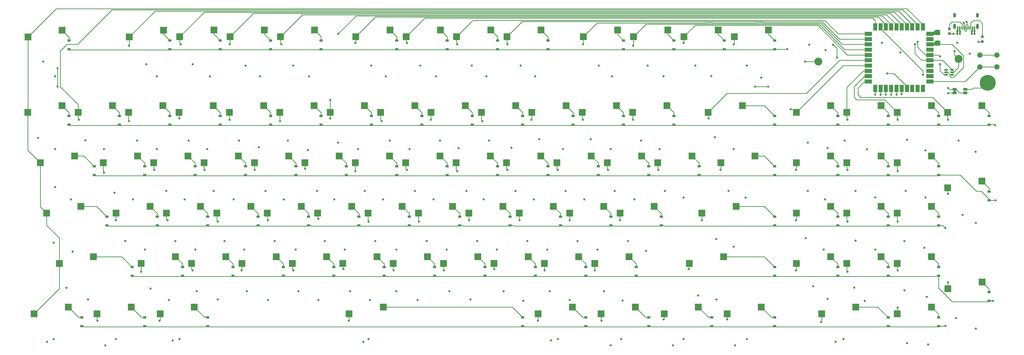
<source format=gbr>
G04 #@! TF.GenerationSoftware,KiCad,Pcbnew,8.0.6*
G04 #@! TF.CreationDate,2024-12-17T20:07:01+11:00*
G04 #@! TF.ProjectId,keyboard,6b657962-6f61-4726-942e-6b696361645f,rev?*
G04 #@! TF.SameCoordinates,Original*
G04 #@! TF.FileFunction,Copper,L4,Bot*
G04 #@! TF.FilePolarity,Positive*
%FSLAX46Y46*%
G04 Gerber Fmt 4.6, Leading zero omitted, Abs format (unit mm)*
G04 Created by KiCad (PCBNEW 8.0.6) date 2024-12-17 20:07:01*
%MOMM*%
%LPD*%
G01*
G04 APERTURE LIST*
G04 Aperture macros list*
%AMRoundRect*
0 Rectangle with rounded corners*
0 $1 Rounding radius*
0 $2 $3 $4 $5 $6 $7 $8 $9 X,Y pos of 4 corners*
0 Add a 4 corners polygon primitive as box body*
4,1,4,$2,$3,$4,$5,$6,$7,$8,$9,$2,$3,0*
0 Add four circle primitives for the rounded corners*
1,1,$1+$1,$2,$3*
1,1,$1+$1,$4,$5*
1,1,$1+$1,$6,$7*
1,1,$1+$1,$8,$9*
0 Add four rect primitives between the rounded corners*
20,1,$1+$1,$2,$3,$4,$5,0*
20,1,$1+$1,$4,$5,$6,$7,0*
20,1,$1+$1,$6,$7,$8,$9,0*
20,1,$1+$1,$8,$9,$2,$3,0*%
G04 Aperture macros list end*
G04 #@! TA.AperFunction,EtchedComponent*
%ADD10C,0.000000*%
G04 #@! TD*
G04 #@! TA.AperFunction,ComponentPad*
%ADD11C,6.000000*%
G04 #@! TD*
G04 #@! TA.AperFunction,SMDPad,CuDef*
%ADD12R,1.500000X1.000000*%
G04 #@! TD*
G04 #@! TA.AperFunction,SMDPad,CuDef*
%ADD13R,2.550000X2.500000*%
G04 #@! TD*
G04 #@! TA.AperFunction,SMDPad,CuDef*
%ADD14RoundRect,0.225000X0.375000X-0.225000X0.375000X0.225000X-0.375000X0.225000X-0.375000X-0.225000X0*%
G04 #@! TD*
G04 #@! TA.AperFunction,SMDPad,CuDef*
%ADD15R,1.500000X2.800000*%
G04 #@! TD*
G04 #@! TA.AperFunction,SMDPad,CuDef*
%ADD16R,2.800000X1.500000*%
G04 #@! TD*
G04 #@! TA.AperFunction,ComponentPad*
%ADD17C,2.000000*%
G04 #@! TD*
G04 #@! TA.AperFunction,SMDPad,CuDef*
%ADD18RoundRect,0.237500X-0.237500X0.250000X-0.237500X-0.250000X0.237500X-0.250000X0.237500X0.250000X0*%
G04 #@! TD*
G04 #@! TA.AperFunction,SMDPad,CuDef*
%ADD19RoundRect,0.150000X0.512500X0.150000X-0.512500X0.150000X-0.512500X-0.150000X0.512500X-0.150000X0*%
G04 #@! TD*
G04 #@! TA.AperFunction,SMDPad,CuDef*
%ADD20C,3.000000*%
G04 #@! TD*
G04 #@! TA.AperFunction,SMDPad,CuDef*
%ADD21R,0.600000X1.240000*%
G04 #@! TD*
G04 #@! TA.AperFunction,SMDPad,CuDef*
%ADD22R,0.300000X1.240000*%
G04 #@! TD*
G04 #@! TA.AperFunction,ComponentPad*
%ADD23O,1.000000X1.800000*%
G04 #@! TD*
G04 #@! TA.AperFunction,ComponentPad*
%ADD24O,1.000000X2.100000*%
G04 #@! TD*
G04 #@! TA.AperFunction,ViaPad*
%ADD25C,0.800000*%
G04 #@! TD*
G04 #@! TA.AperFunction,Conductor*
%ADD26C,0.250000*%
G04 #@! TD*
G04 #@! TA.AperFunction,Conductor*
%ADD27C,1.000000*%
G04 #@! TD*
G04 #@! TA.AperFunction,Conductor*
%ADD28C,0.500000*%
G04 #@! TD*
G04 #@! TA.AperFunction,Conductor*
%ADD29C,0.750000*%
G04 #@! TD*
G04 APERTURE END LIST*
D10*
G04 #@! TA.AperFunction,EtchedComponent*
G36*
X375800000Y-50400000D02*
G01*
X375200000Y-50400000D01*
X375200000Y-49900000D01*
X375800000Y-49900000D01*
X375800000Y-50400000D01*
G37*
G04 #@! TD.AperFunction*
D11*
X388000000Y-47000000D03*
D12*
X379500000Y-50800000D03*
X379500000Y-49500000D03*
X375500000Y-50800000D03*
X375500000Y-49500000D03*
D13*
X139490000Y-58185000D03*
X152417000Y-55645000D03*
X158540000Y-58185000D03*
X171467000Y-55645000D03*
X82340000Y-58185000D03*
X95267000Y-55645000D03*
X273176706Y-29584520D03*
X286103706Y-27044520D03*
X315702500Y-77235000D03*
X328629500Y-74695000D03*
X25190000Y-58185000D03*
X38117000Y-55645000D03*
X239502500Y-115335000D03*
X252429500Y-112795000D03*
X172827500Y-96285000D03*
X185754500Y-93745000D03*
X334752500Y-77235000D03*
X347679500Y-74695000D03*
X334752500Y-115335000D03*
X347679500Y-112795000D03*
X220452500Y-115335000D03*
X233379500Y-112795000D03*
X110915000Y-77235000D03*
X123842000Y-74695000D03*
X63290000Y-58185000D03*
X76217000Y-55645000D03*
X25245000Y-29665000D03*
X38172000Y-27125000D03*
X168065000Y-77235000D03*
X180992000Y-74695000D03*
X353802500Y-115335000D03*
X366729500Y-112795000D03*
X241883750Y-134385000D03*
X254810750Y-131845000D03*
X235165000Y-29585000D03*
X248092000Y-27045000D03*
X289508750Y-134385000D03*
X302435750Y-131845000D03*
X27571250Y-134385000D03*
X40498250Y-131845000D03*
X215690000Y-58185000D03*
X228617000Y-55645000D03*
X334752500Y-96285000D03*
X347679500Y-93745000D03*
X87102500Y-115335000D03*
X100029500Y-112795000D03*
X115677500Y-96285000D03*
X128604500Y-93745000D03*
X182352500Y-115335000D03*
X195279500Y-112795000D03*
X353802500Y-77235000D03*
X366729500Y-74695000D03*
X249027500Y-96285000D03*
X261954500Y-93745000D03*
X187261209Y-29593694D03*
X200188209Y-27053694D03*
X279983750Y-96285000D03*
X292910750Y-93745000D03*
X253790000Y-58185000D03*
X266717000Y-55645000D03*
X206261209Y-29593694D03*
X219188209Y-27053694D03*
X292216706Y-29584520D03*
X305143706Y-27044520D03*
X72815000Y-77235000D03*
X85742000Y-74695000D03*
X275221250Y-115335000D03*
X288148250Y-112795000D03*
X201402500Y-115335000D03*
X214329500Y-112795000D03*
X144252500Y-115335000D03*
X157179500Y-112795000D03*
X234740000Y-58185000D03*
X247667000Y-55645000D03*
X134727500Y-96285000D03*
X147654500Y-93745000D03*
X353802500Y-58185000D03*
X366729500Y-55645000D03*
X254176706Y-29584520D03*
X267103706Y-27044520D03*
X53765000Y-77235000D03*
X66692000Y-74695000D03*
X91865000Y-77235000D03*
X104792000Y-74695000D03*
X106152500Y-115335000D03*
X119079500Y-112795000D03*
X244265000Y-77235000D03*
X257192000Y-74695000D03*
X44240000Y-58185000D03*
X57167000Y-55645000D03*
X146633750Y-134385000D03*
X159560750Y-131845000D03*
X187115000Y-77235000D03*
X200042000Y-74695000D03*
X325227500Y-134385000D03*
X338154500Y-131845000D03*
X229977500Y-96285000D03*
X242904500Y-93745000D03*
X315702500Y-96285000D03*
X328629500Y-93745000D03*
X32333750Y-96285000D03*
X45260750Y-93745000D03*
X120440000Y-58185000D03*
X133367000Y-55645000D03*
X101390000Y-58185000D03*
X114317000Y-55645000D03*
X63594475Y-29637388D03*
X76521475Y-27097388D03*
X265696250Y-134385000D03*
X278623250Y-131845000D03*
X218071250Y-134385000D03*
X230998250Y-131845000D03*
X75196250Y-134385000D03*
X88123250Y-131845000D03*
X315702500Y-115335000D03*
X328629500Y-112795000D03*
X287127500Y-77235000D03*
X300054500Y-74695000D03*
X372852500Y-58185000D03*
X385779500Y-55645000D03*
X68052500Y-115335000D03*
X80979500Y-112795000D03*
X353802500Y-96285000D03*
X366729500Y-93745000D03*
X210927500Y-96285000D03*
X223854500Y-93745000D03*
X177590000Y-58185000D03*
X190517000Y-55645000D03*
X263315000Y-77235000D03*
X276242000Y-74695000D03*
X372859143Y-86743423D03*
X385786143Y-84203423D03*
X163302500Y-115335000D03*
X176229500Y-112795000D03*
X206165000Y-77235000D03*
X219092000Y-74695000D03*
X96627500Y-96285000D03*
X109554500Y-93745000D03*
X372915000Y-124960000D03*
X385842000Y-122420000D03*
X149165000Y-29585000D03*
X162092000Y-27045000D03*
X82632347Y-29596106D03*
X95559347Y-27056106D03*
X51383750Y-134385000D03*
X64310750Y-131845000D03*
X315702500Y-58185000D03*
X328629500Y-55645000D03*
X353802500Y-134385000D03*
X366729500Y-131845000D03*
X77577500Y-96285000D03*
X90504500Y-93745000D03*
X196640000Y-58185000D03*
X209567000Y-55645000D03*
X282365000Y-58185000D03*
X295292000Y-55645000D03*
X125202500Y-115335000D03*
X138129500Y-112795000D03*
X334752500Y-58185000D03*
X347679500Y-55645000D03*
X120665000Y-29585000D03*
X133592000Y-27045000D03*
X29952500Y-77235000D03*
X42879500Y-74695000D03*
X191877500Y-96285000D03*
X204804500Y-93745000D03*
X58527500Y-96285000D03*
X71454500Y-93745000D03*
X149015000Y-77235000D03*
X161942000Y-74695000D03*
X129965000Y-77235000D03*
X142892000Y-74695000D03*
X168197485Y-29578486D03*
X181124485Y-27038486D03*
X37096250Y-115335000D03*
X50023250Y-112795000D03*
X225215000Y-77235000D03*
X238142000Y-74695000D03*
X153777500Y-96285000D03*
X166704500Y-93745000D03*
X101665000Y-29585000D03*
X114592000Y-27045000D03*
D14*
X40800000Y-62875000D03*
X40800000Y-59575000D03*
X107475000Y-81925000D03*
X107475000Y-78625000D03*
X264637500Y-100975000D03*
X264637500Y-97675000D03*
X236062500Y-139075000D03*
X236062500Y-135775000D03*
X78900000Y-62875000D03*
X78900000Y-59575000D03*
X250350000Y-62875000D03*
X250350000Y-59575000D03*
X136050000Y-34300000D03*
X136050000Y-31000000D03*
X307500000Y-139075000D03*
X307500000Y-135775000D03*
X207487500Y-100975000D03*
X207487500Y-97675000D03*
X174150000Y-62875000D03*
X174150000Y-59575000D03*
X283687500Y-139075000D03*
X283687500Y-135775000D03*
X88425000Y-81925000D03*
X88425000Y-78625000D03*
X269400000Y-34300000D03*
X269400000Y-31000000D03*
X226537500Y-100975000D03*
X226537500Y-97675000D03*
X64612500Y-120025000D03*
X64612500Y-116725000D03*
D15*
X363500000Y-49150000D03*
X361500000Y-49150000D03*
X359500000Y-49150000D03*
X357500000Y-49150000D03*
X355500000Y-49150000D03*
X353500000Y-49150000D03*
X351500000Y-49150000D03*
X349500000Y-49150000D03*
X347500000Y-49150000D03*
X345500000Y-49150000D03*
D16*
X342850000Y-46500000D03*
X342850000Y-44500000D03*
X342850000Y-42500000D03*
X342850000Y-40500000D03*
X342850000Y-38500000D03*
X342850000Y-36500000D03*
X342850000Y-34500000D03*
X342850000Y-32500000D03*
X342850000Y-30500000D03*
X342850000Y-28500000D03*
D15*
X345500000Y-25850000D03*
X347500000Y-25850000D03*
X349500000Y-25850000D03*
X351500000Y-25850000D03*
X353500000Y-25850000D03*
X355500000Y-25850000D03*
X357500000Y-25850000D03*
X359500000Y-25850000D03*
X361500000Y-25850000D03*
X363500000Y-25850000D03*
D16*
X366150000Y-28500000D03*
X366150000Y-30500000D03*
X366150000Y-32500000D03*
X366150000Y-34500000D03*
X366150000Y-36500000D03*
X366150000Y-38500000D03*
X366150000Y-40500000D03*
X366150000Y-42500000D03*
X366150000Y-44500000D03*
X366150000Y-46500000D03*
D14*
X97950000Y-34300000D03*
X97950000Y-31000000D03*
X202725000Y-81925000D03*
X202725000Y-78625000D03*
X350362500Y-100975000D03*
X350362500Y-97675000D03*
X240825000Y-81925000D03*
X240825000Y-78625000D03*
X117000000Y-34300000D03*
X117000000Y-31000000D03*
X78900000Y-34300000D03*
X78900000Y-31000000D03*
X350362500Y-81925000D03*
X350362500Y-78625000D03*
X307500000Y-34300000D03*
X307500000Y-31000000D03*
X350362500Y-139075000D03*
X350362500Y-135775000D03*
X212250000Y-139075000D03*
X212250000Y-135775000D03*
X278925000Y-81925000D03*
X278925000Y-78625000D03*
X59850000Y-62875000D03*
X59850000Y-59575000D03*
X83662500Y-120025000D03*
X83662500Y-116725000D03*
X69375000Y-139075000D03*
X69375000Y-135775000D03*
X369412500Y-62875000D03*
X369412500Y-59575000D03*
X269400000Y-62875000D03*
X269400000Y-59575000D03*
X255112500Y-120025000D03*
X255112500Y-116725000D03*
D17*
X391500000Y-36500000D03*
X385000000Y-36500000D03*
X391500000Y-41000000D03*
X385000000Y-41000000D03*
D14*
X388462500Y-62875000D03*
X388462500Y-59575000D03*
X55087500Y-100975000D03*
X55087500Y-97675000D03*
X97950000Y-62875000D03*
X97950000Y-59575000D03*
X188437500Y-100975000D03*
X188437500Y-97675000D03*
X178912500Y-120025000D03*
X178912500Y-116725000D03*
X193200000Y-62875000D03*
X193200000Y-59575000D03*
X212250000Y-62875000D03*
X212250000Y-59575000D03*
X164625000Y-34300000D03*
X164625000Y-31000000D03*
X183675000Y-81925000D03*
X183675000Y-78625000D03*
X245587500Y-100975000D03*
X245587500Y-97675000D03*
X112237500Y-100975000D03*
X112237500Y-97675000D03*
X259875000Y-139075000D03*
X259875000Y-135775000D03*
X150337500Y-100975000D03*
X150337500Y-97675000D03*
D18*
X373500000Y-26587500D03*
X373500000Y-28412500D03*
D14*
X159862500Y-120025000D03*
X159862500Y-116725000D03*
X388462500Y-129500000D03*
X388462500Y-126200000D03*
X202725000Y-34300000D03*
X202725000Y-31000000D03*
D19*
X374500000Y-42100000D03*
X374500000Y-43050000D03*
X374500000Y-44000000D03*
X372225000Y-44000000D03*
X372225000Y-43050000D03*
X372225000Y-42100000D03*
D14*
X117000000Y-62875000D03*
X117000000Y-59575000D03*
X259875000Y-81925000D03*
X259875000Y-78625000D03*
X307500000Y-100975000D03*
X307500000Y-97675000D03*
X369412500Y-139075000D03*
X369412500Y-135775000D03*
X369412500Y-81925000D03*
X369412500Y-78625000D03*
X183675000Y-34300000D03*
X183675000Y-31000000D03*
X388462500Y-91500000D03*
X388462500Y-88200000D03*
D18*
X386000000Y-29587500D03*
X386000000Y-31412500D03*
D14*
X93187500Y-139075000D03*
X93187500Y-135775000D03*
X350362500Y-120025000D03*
X350362500Y-116725000D03*
X231300000Y-62875000D03*
X231300000Y-59575000D03*
X331312500Y-81925000D03*
X331312500Y-78625000D03*
X307500000Y-62875000D03*
X307500000Y-59575000D03*
X164625000Y-81925000D03*
X164625000Y-78625000D03*
X307500000Y-81925000D03*
X307500000Y-78625000D03*
X197962500Y-120025000D03*
X197962500Y-116725000D03*
X131287500Y-100975000D03*
X131287500Y-97675000D03*
X102712500Y-120025000D03*
X102712500Y-116725000D03*
X250350000Y-34300000D03*
X250350000Y-31000000D03*
D20*
X324000000Y-39000000D03*
D14*
X236062500Y-120025000D03*
X236062500Y-116725000D03*
X40800000Y-34300000D03*
X40800000Y-31000000D03*
X331312500Y-120025000D03*
X331312500Y-116725000D03*
X331312500Y-100975000D03*
X331312500Y-97675000D03*
X369412500Y-120025000D03*
X369412500Y-116725000D03*
D20*
X377000000Y-38000000D03*
D14*
X331312500Y-62875000D03*
X331312500Y-59575000D03*
X74137500Y-100975000D03*
X74137500Y-97675000D03*
X217012500Y-120025000D03*
X217012500Y-116725000D03*
X169387500Y-100975000D03*
X169387500Y-97675000D03*
X369412500Y-100975000D03*
X369412500Y-97675000D03*
X126525000Y-81925000D03*
X126525000Y-78625000D03*
X121762500Y-120025000D03*
X121762500Y-116725000D03*
X155100000Y-62875000D03*
X155100000Y-59575000D03*
X140812500Y-120025000D03*
X140812500Y-116725000D03*
X69375000Y-81925000D03*
X69375000Y-78625000D03*
X288450000Y-34300000D03*
X288450000Y-31000000D03*
X45562500Y-139075000D03*
X45562500Y-135775000D03*
X136050000Y-62875000D03*
X136050000Y-59575000D03*
X221775000Y-34300000D03*
X221775000Y-31000000D03*
X93187500Y-100975000D03*
X93187500Y-97675000D03*
X145575000Y-81925000D03*
X145575000Y-78625000D03*
X50325000Y-81925000D03*
X50325000Y-78625000D03*
X307500000Y-120025000D03*
X307500000Y-116725000D03*
X221775000Y-81925000D03*
X221775000Y-78625000D03*
D21*
X376620000Y-26300000D03*
X377420000Y-26300000D03*
D22*
X378570000Y-26300000D03*
X379570000Y-26300000D03*
X380070000Y-26300000D03*
X381070000Y-26300000D03*
D21*
X382220000Y-26300000D03*
X383020000Y-26300000D03*
X383020000Y-26300000D03*
X382220000Y-26300000D03*
D22*
X381570000Y-26300000D03*
X380570000Y-26300000D03*
X379070000Y-26300000D03*
X378070000Y-26300000D03*
D21*
X377420000Y-26300000D03*
X376620000Y-26300000D03*
D23*
X375500000Y-21500000D03*
D24*
X375500000Y-25700000D03*
D23*
X384140000Y-21500000D03*
D24*
X384140000Y-25700000D03*
D14*
X350362500Y-62875000D03*
X350362500Y-59575000D03*
D25*
X370000000Y-40000000D03*
X370000000Y-37000000D03*
X373000000Y-49000000D03*
X363500000Y-44000002D03*
X51500000Y-137000000D03*
X44500000Y-61000000D03*
X63500000Y-33000000D03*
X58500000Y-99000000D03*
X54000000Y-81000000D03*
X63500000Y-61500000D03*
X68000000Y-118500000D03*
X83000000Y-32500000D03*
X87500000Y-118000000D03*
X73000000Y-80000000D03*
X75000000Y-137000000D03*
X78000000Y-99000000D03*
X82500000Y-60500000D03*
X97000000Y-99500000D03*
X101500000Y-32500000D03*
X92000000Y-80000000D03*
X101500000Y-61000000D03*
X106000000Y-118000000D03*
X111000000Y-80000000D03*
X125500000Y-118000000D03*
X116000000Y-99000000D03*
X121000000Y-32500000D03*
X120500000Y-61500000D03*
X135000000Y-98500000D03*
X146500000Y-137000000D03*
X130000000Y-79500000D03*
X139500000Y-53500000D03*
X139500000Y-60500000D03*
X142500000Y-28500000D03*
X144500000Y-117500000D03*
X149000000Y-80500000D03*
X154000000Y-99500000D03*
X149000000Y-32000000D03*
X159000000Y-61500000D03*
X163500000Y-118000000D03*
X182500000Y-118000000D03*
X173000000Y-99500000D03*
X168500000Y-32000000D03*
X168500000Y-80000000D03*
X177500000Y-61000000D03*
X201500000Y-117500000D03*
X192000000Y-99000000D03*
X187500000Y-32500000D03*
X187500000Y-80500000D03*
X197000000Y-61500000D03*
X218000000Y-137000000D03*
X211000000Y-99000000D03*
X206500000Y-80000000D03*
X215500000Y-61000000D03*
X206500000Y-32500000D03*
X220500000Y-118000000D03*
X242000000Y-137000000D03*
X235000000Y-61000000D03*
X235000000Y-32500000D03*
X230000000Y-99000000D03*
X225500000Y-80000000D03*
X239500000Y-118000000D03*
X254000000Y-33000000D03*
X249000000Y-99000000D03*
X254000000Y-61000000D03*
X244500000Y-80000000D03*
X263500000Y-80000000D03*
X280000000Y-99000000D03*
X265500000Y-136500000D03*
X275000000Y-117500000D03*
X273000000Y-32000014D03*
X292000000Y-32500000D03*
X287000000Y-80000000D03*
X282500000Y-60500000D03*
X289500000Y-136500000D03*
X315500000Y-118000000D03*
X315500000Y-99000000D03*
X315500000Y-80000000D03*
X313500000Y-57000000D03*
X335000000Y-99500000D03*
X335000000Y-61000000D03*
X335000000Y-80000000D03*
X325000000Y-137500000D03*
X335000000Y-118500000D03*
X354000000Y-99500000D03*
X354000000Y-80500000D03*
X354000000Y-118000000D03*
X354000000Y-132000000D03*
X354000000Y-61000000D03*
X373000000Y-61000000D03*
X373000000Y-89000000D03*
X373000000Y-122500000D03*
X312249991Y-34249991D03*
X345500000Y-51500000D03*
X390775000Y-63000000D03*
X347500000Y-51500000D03*
X391000000Y-91500000D03*
X349500000Y-51500000D03*
X351500000Y-51500000D03*
X372000000Y-102000000D03*
X353500000Y-51500000D03*
X390000000Y-129500000D03*
X372000000Y-139000000D03*
X355500000Y-51225000D03*
X329500000Y-32610000D03*
X331000000Y-37500000D03*
X300000000Y-48500000D03*
X305000000Y-48500000D03*
X36500000Y-41500000D03*
X36500000Y-48500000D03*
X373000000Y-51000000D03*
X350000000Y-43500000D03*
X99500000Y-106885000D03*
X233000000Y-106885000D03*
X223000000Y-144500000D03*
X125500000Y-40500000D03*
X184500000Y-125885000D03*
X58000000Y-88610000D03*
X171500000Y-87885000D03*
X292500000Y-146385000D03*
X338000000Y-87885000D03*
X266000000Y-87885000D03*
X376000000Y-136000000D03*
X209500000Y-87885000D03*
X107500000Y-40500000D03*
X357000000Y-87885000D03*
X277500000Y-40500000D03*
X290000000Y-87885000D03*
X193000000Y-40500000D03*
X285375000Y-106125000D03*
X127500000Y-125885000D03*
X238000000Y-68385000D03*
X191000000Y-87885000D03*
X356500000Y-125535000D03*
X176000000Y-106885000D03*
X199500000Y-68885000D03*
X357500000Y-145500000D03*
X32500000Y-145000000D03*
X62000000Y-106885000D03*
X369500000Y-32500000D03*
X320000000Y-69610000D03*
X156500000Y-106885000D03*
X118500000Y-106885000D03*
X71625000Y-124875000D03*
X348000000Y-31885000D03*
X105000000Y-68885000D03*
X35000000Y-107500000D03*
X382000000Y-28500000D03*
X247000000Y-87885000D03*
X35500000Y-86500000D03*
X81000000Y-106885000D03*
X241000000Y-40500000D03*
X284875000Y-67625000D03*
X95500000Y-87885000D03*
X228500000Y-87885000D03*
X47000000Y-68775000D03*
X162000000Y-68885000D03*
X245500000Y-146385000D03*
X115000000Y-87885000D03*
X77500000Y-87885000D03*
X70000000Y-40000000D03*
X297000000Y-40500000D03*
X377500000Y-27500000D03*
X337500000Y-124500000D03*
X155000000Y-40500000D03*
X152500000Y-87885000D03*
X86000000Y-68885000D03*
X269000000Y-146385000D03*
X278500000Y-127500000D03*
X205000000Y-125885000D03*
X243000000Y-125885000D03*
X173500000Y-40500000D03*
X80000000Y-144500000D03*
X356500000Y-106885000D03*
X123500000Y-68885000D03*
X320000000Y-87885000D03*
X259500000Y-40500000D03*
X368500000Y-32500000D03*
X137500000Y-106885000D03*
X87500000Y-40000000D03*
X320500000Y-32610000D03*
X376500000Y-31885000D03*
X257000000Y-68885000D03*
X338000000Y-106685000D03*
X382000000Y-27500000D03*
X322000000Y-124000000D03*
X29110000Y-67890000D03*
X357500000Y-68547500D03*
X181000000Y-68885000D03*
X54500000Y-146385000D03*
X330500000Y-145000000D03*
X142500000Y-69610000D03*
X252000000Y-106885000D03*
X164500000Y-125885000D03*
X152000000Y-145000000D03*
X375000000Y-28500000D03*
X211500000Y-40500000D03*
X368500000Y-31500000D03*
X319250000Y-105750000D03*
X39875000Y-124625000D03*
X218500000Y-68385000D03*
X66500000Y-68885000D03*
X334000000Y-68885000D03*
X31000000Y-39000000D03*
X319000000Y-39000000D03*
X377500000Y-28500000D03*
X377000000Y-68885000D03*
X108000000Y-125885000D03*
X378500000Y-97000000D03*
X134500000Y-87885000D03*
X384500000Y-31500000D03*
X89000000Y-125885000D03*
X195000000Y-106885000D03*
X369500000Y-31500000D03*
X147000000Y-125885000D03*
X214000000Y-106885000D03*
X222500000Y-125885000D03*
X145000000Y-110115000D03*
X112500000Y-71390000D03*
X131000000Y-72390000D03*
X285500000Y-129000000D03*
X292000000Y-108990000D03*
X249500000Y-144000000D03*
X368500000Y-28500000D03*
X327500000Y-128765000D03*
X169500000Y-72115000D03*
X82500000Y-144000000D03*
X65000000Y-91115000D03*
X74000000Y-72115000D03*
X258875000Y-110625000D03*
X376499997Y-27500000D03*
X135000000Y-129115000D03*
X355012500Y-35487500D03*
X159500000Y-91115000D03*
X342350000Y-72150000D03*
X160500000Y-44615000D03*
X250000000Y-129398900D03*
X369500000Y-27500000D03*
X364500000Y-90390000D03*
X225500000Y-144000000D03*
X383500000Y-100000000D03*
X131500000Y-44615000D03*
X107000000Y-110115000D03*
X178500000Y-91115000D03*
X141000000Y-91115000D03*
X264000000Y-72115000D03*
X188000000Y-71790000D03*
X84500000Y-91115000D03*
X154000000Y-144000000D03*
X230000000Y-129115000D03*
X283500000Y-44500000D03*
X47999983Y-128999983D03*
X365000000Y-128000000D03*
X208000000Y-71615000D03*
X183500000Y-110115000D03*
X221500000Y-110115000D03*
X383034153Y-27524246D03*
X54000000Y-72115000D03*
X42137300Y-110862700D03*
X345500000Y-90390000D03*
X364000000Y-109390000D03*
X296500000Y-90500000D03*
X246000000Y-44615000D03*
X78500000Y-129115000D03*
X292000000Y-72115000D03*
X35000000Y-144000000D03*
X94000000Y-44615000D03*
X217000000Y-44615000D03*
X227500000Y-72115000D03*
X150000000Y-72115000D03*
X364500000Y-72615000D03*
X297000000Y-144000000D03*
X369500000Y-28500000D03*
X326500000Y-91115000D03*
X212500000Y-129500000D03*
X368500000Y-27500000D03*
X164500000Y-110115000D03*
X88500000Y-110115000D03*
X345500000Y-110115000D03*
X326000000Y-110115000D03*
X58500000Y-144000000D03*
X326738336Y-34693652D03*
X41500000Y-91115000D03*
X240500000Y-110115000D03*
X103000000Y-91115000D03*
X254500000Y-91115000D03*
X302400000Y-45100000D03*
X235500000Y-91115000D03*
X97000000Y-129000000D03*
X154500000Y-129115000D03*
X245500000Y-72115000D03*
X381190000Y-36000000D03*
X327500000Y-71790000D03*
X383500000Y-140000000D03*
X383400000Y-73100000D03*
X192500000Y-129000000D03*
X172500000Y-129115000D03*
X333500000Y-144000000D03*
X273000000Y-144000000D03*
X116000000Y-129115000D03*
X202500000Y-110115000D03*
X376500000Y-28500000D03*
X198500000Y-44615000D03*
X375500000Y-35000000D03*
X35500000Y-44615000D03*
X197500000Y-91115000D03*
X74000000Y-44615000D03*
X216500000Y-91115000D03*
X122000000Y-91115000D03*
X265500000Y-44615000D03*
X365500000Y-146000000D03*
X179500000Y-44615000D03*
X126500000Y-110115000D03*
X383000000Y-28500000D03*
X93000000Y-72115000D03*
X113000000Y-44615000D03*
X35500000Y-72115000D03*
X273000000Y-90500000D03*
X341500000Y-129500000D03*
X69500000Y-110115000D03*
X380000000Y-24000000D03*
X360500000Y-32500000D03*
X378951992Y-24325000D03*
X361500000Y-31500000D03*
D26*
X319000000Y-39000000D02*
X324000000Y-39000000D01*
X375500000Y-50800000D02*
X373200000Y-50800000D01*
X373200000Y-50800000D02*
X373000000Y-51000000D01*
X382500000Y-49000000D02*
X388000000Y-49000000D01*
X347500000Y-26500000D02*
X363500000Y-42500000D01*
X347500000Y-25850000D02*
X347500000Y-26500000D01*
X363500000Y-42500000D02*
X363500000Y-44000002D01*
X382000000Y-49500000D02*
X382500000Y-49000000D01*
X379500000Y-49500000D02*
X382000000Y-49500000D01*
X375500000Y-49500000D02*
X376000000Y-49500000D01*
X376000000Y-49500000D02*
X377300000Y-50800000D01*
X377300000Y-50800000D02*
X379500000Y-50800000D01*
X187261209Y-29593694D02*
X192927451Y-23927451D01*
X342850000Y-28500000D02*
X331500000Y-28500000D01*
X331500000Y-28500000D02*
X326369520Y-23369520D01*
X326369520Y-23369520D02*
X193485382Y-23369520D01*
X193485382Y-23369520D02*
X192927451Y-23927451D01*
X175175971Y-22600000D02*
X344600000Y-22600000D01*
X344600000Y-22600000D02*
X345500000Y-23500000D01*
X345500000Y-23500000D02*
X345500000Y-25850000D01*
X175137986Y-22637986D02*
X168197485Y-29578486D01*
X175137986Y-22637986D02*
X175137986Y-22637985D01*
X175175971Y-22600000D02*
X175137986Y-22637986D01*
X175137986Y-22637985D02*
X175175971Y-22600000D01*
X40800000Y-29753000D02*
X40800000Y-31000000D01*
X38172000Y-27125000D02*
X40800000Y-29753000D01*
X76521475Y-28621475D02*
X78900000Y-31000000D01*
X76521475Y-27097388D02*
X76521475Y-28621475D01*
X32333750Y-96285000D02*
X32333750Y-100952500D01*
X32333750Y-100952500D02*
X37096250Y-105715000D01*
X37096250Y-124860000D02*
X27571250Y-134385000D01*
X363500000Y-25850000D02*
X363500000Y-25200000D01*
X35910000Y-19000000D02*
X25245000Y-29665000D01*
X37096250Y-105715000D02*
X37096250Y-115335000D01*
X363500000Y-25050000D02*
X357450000Y-19000000D01*
X363500000Y-25850000D02*
X363500000Y-25050000D01*
X357450000Y-19000000D02*
X35910000Y-19000000D01*
X37096250Y-115335000D02*
X37096250Y-124860000D01*
X25190000Y-72472500D02*
X29952500Y-77235000D01*
X25245000Y-58130000D02*
X25190000Y-58185000D01*
X29952500Y-93903750D02*
X32333750Y-96285000D01*
X25190000Y-58185000D02*
X25190000Y-72472500D01*
X25245000Y-29665000D02*
X25245000Y-58130000D01*
X29952500Y-77235000D02*
X29952500Y-93903750D01*
X44240000Y-58185000D02*
X44240000Y-60740000D01*
X361500000Y-25050000D02*
X355900000Y-19450000D01*
X361500000Y-25200000D02*
X361500000Y-25850000D01*
X355900000Y-19450000D02*
X57050000Y-19450000D01*
X40000000Y-32500000D02*
X37500000Y-35000000D01*
X51383750Y-136883750D02*
X51500000Y-137000000D01*
X44000000Y-32500000D02*
X40000000Y-32500000D01*
X44240000Y-55260000D02*
X44240000Y-58185000D01*
X37500000Y-35000000D02*
X37500000Y-48520000D01*
X44240000Y-60740000D02*
X44500000Y-61000000D01*
X57050000Y-19450000D02*
X44000000Y-32500000D01*
X361500000Y-25850000D02*
X361500000Y-25050000D01*
X51383750Y-134385000D02*
X51383750Y-136883750D01*
X37500000Y-48520000D02*
X44240000Y-55260000D01*
X68052500Y-115335000D02*
X68052500Y-118447500D01*
X63594475Y-32905525D02*
X63500000Y-33000000D01*
X58527500Y-96285000D02*
X58527500Y-98972500D01*
X53765000Y-77235000D02*
X53765000Y-80765000D01*
X359500000Y-25850000D02*
X359500000Y-25050000D01*
X58527500Y-98972500D02*
X58500000Y-99000000D01*
X58527500Y-99027500D02*
X58527500Y-96285000D01*
X63290000Y-61290000D02*
X63500000Y-61500000D01*
X73331863Y-19900000D02*
X63594475Y-29637388D01*
X359500000Y-25050000D02*
X354350000Y-19900000D01*
X63290000Y-58185000D02*
X63290000Y-61290000D01*
X53765000Y-80765000D02*
X54000000Y-81000000D01*
X63594475Y-29637388D02*
X63594475Y-32905525D01*
X354350000Y-19900000D02*
X73331863Y-19900000D01*
X68052500Y-118447500D02*
X68000000Y-118500000D01*
X75196250Y-136803750D02*
X75000000Y-137000000D01*
X87102500Y-117602500D02*
X87500000Y-118000000D01*
X352800000Y-20350000D02*
X357500000Y-25050000D01*
X77577500Y-96285000D02*
X77577500Y-98577500D01*
X82632347Y-29596106D02*
X82632347Y-32132347D01*
X72815000Y-77235000D02*
X72815000Y-79815000D01*
X77577500Y-98577500D02*
X78000000Y-99000000D01*
X75196250Y-134385000D02*
X75196250Y-136803750D01*
X357500000Y-25050000D02*
X357500000Y-25850000D01*
X91878453Y-20350000D02*
X352800000Y-20350000D01*
X72815000Y-79815000D02*
X73000000Y-80000000D01*
X87102500Y-115335000D02*
X87102500Y-117602500D01*
X82632347Y-29596106D02*
X91878453Y-20350000D01*
X82340000Y-60340000D02*
X82500000Y-60500000D01*
X82632347Y-32132347D02*
X83000000Y-32500000D01*
X82340000Y-58185000D02*
X82340000Y-60340000D01*
X106152500Y-117847500D02*
X106000000Y-118000000D01*
X101665000Y-29585000D02*
X101665000Y-32335000D01*
X96627500Y-96285000D02*
X96627500Y-99127500D01*
X101390000Y-58185000D02*
X101390000Y-60890000D01*
X355500000Y-25050000D02*
X351250000Y-20800000D01*
X110450000Y-20800000D02*
X101665000Y-29585000D01*
X101665000Y-32335000D02*
X101500000Y-32500000D01*
X106152500Y-115335000D02*
X106152500Y-117847500D01*
X355500000Y-25850000D02*
X355500000Y-25050000D01*
X351250000Y-20800000D02*
X110450000Y-20800000D01*
X91865000Y-77235000D02*
X91865000Y-79865000D01*
X96627500Y-99127500D02*
X97000000Y-99500000D01*
X101390000Y-60890000D02*
X101500000Y-61000000D01*
X91865000Y-79865000D02*
X92000000Y-80000000D01*
X110915000Y-77235000D02*
X110915000Y-79915000D01*
X125500000Y-117500000D02*
X125202500Y-117202500D01*
X115677500Y-98177500D02*
X115677500Y-96285000D01*
X129000000Y-21250000D02*
X349700000Y-21250000D01*
X125500000Y-118000000D02*
X125500000Y-117500000D01*
X116000000Y-98500000D02*
X115677500Y-98177500D01*
X120665000Y-29585000D02*
X120665000Y-32165000D01*
X120665000Y-32165000D02*
X121000000Y-32500000D01*
X120665000Y-29585000D02*
X129000000Y-21250000D01*
X110915000Y-79915000D02*
X111000000Y-80000000D01*
X120440000Y-58185000D02*
X120440000Y-61440000D01*
X353500000Y-25050000D02*
X353500000Y-25850000D01*
X125202500Y-117202500D02*
X125202500Y-115335000D01*
X349700000Y-21250000D02*
X353500000Y-25050000D01*
X120440000Y-61440000D02*
X120500000Y-61500000D01*
X116000000Y-99000000D02*
X116000000Y-98500000D01*
X139500000Y-53500000D02*
X139500000Y-54000000D01*
X144252500Y-115335000D02*
X144252500Y-117252500D01*
X139490000Y-60490000D02*
X139500000Y-60500000D01*
X139490000Y-58185000D02*
X139490000Y-60490000D01*
X348150000Y-21700000D02*
X149300000Y-21700000D01*
X139500000Y-54000000D02*
X139490000Y-54010000D01*
X139490000Y-54010000D02*
X139490000Y-58185000D01*
X129965000Y-77235000D02*
X129965000Y-79465000D01*
X134727500Y-96285000D02*
X134727500Y-98227500D01*
X149300000Y-21700000D02*
X142500000Y-28500000D01*
X146633750Y-136866250D02*
X146500000Y-137000000D01*
X351500000Y-25050000D02*
X348150000Y-21700000D01*
X129965000Y-79465000D02*
X130000000Y-79500000D01*
X146633750Y-134385000D02*
X146633750Y-136866250D01*
X144252500Y-117252500D02*
X144500000Y-117500000D01*
X351500000Y-25850000D02*
X351500000Y-25050000D01*
X134727500Y-98227500D02*
X135000000Y-98500000D01*
X149165000Y-29585000D02*
X156600000Y-22150000D01*
X149015000Y-80485000D02*
X149000000Y-80500000D01*
X163302500Y-117802500D02*
X163500000Y-118000000D01*
X163302500Y-115335000D02*
X163302500Y-117802500D01*
X153777500Y-99277500D02*
X154000000Y-99500000D01*
X149015000Y-77235000D02*
X149015000Y-80485000D01*
X149165000Y-29585000D02*
X149165000Y-31835000D01*
X149165000Y-31835000D02*
X149000000Y-32000000D01*
X158540000Y-58185000D02*
X158540000Y-61040000D01*
X349500000Y-25050000D02*
X349500000Y-25850000D01*
X158540000Y-61040000D02*
X159000000Y-61500000D01*
X153777500Y-96285000D02*
X153777500Y-99277500D01*
X156600000Y-22150000D02*
X346600000Y-22150000D01*
X346600000Y-22150000D02*
X349500000Y-25050000D01*
X168065000Y-79565000D02*
X168500000Y-80000000D01*
X168065000Y-77235000D02*
X168065000Y-79565000D01*
X182352500Y-117852500D02*
X182500000Y-118000000D01*
X347500000Y-25850000D02*
X347500000Y-25050000D01*
X168197485Y-29578486D02*
X168197485Y-31697485D01*
X182352500Y-115335000D02*
X182352500Y-117852500D01*
X168197485Y-31697485D02*
X168500000Y-32000000D01*
X177590000Y-58185000D02*
X177590000Y-60910000D01*
X172827500Y-96285000D02*
X172827500Y-99327500D01*
X177590000Y-60910000D02*
X177500000Y-61000000D01*
X172827500Y-99327500D02*
X173000000Y-99500000D01*
X187115000Y-77235000D02*
X187115000Y-80115000D01*
X196640000Y-58185000D02*
X196640000Y-61140000D01*
X191877500Y-98877500D02*
X192000000Y-99000000D01*
X187261209Y-29593694D02*
X187261209Y-32261209D01*
X187115000Y-80115000D02*
X187500000Y-80500000D01*
X187261209Y-32261209D02*
X187500000Y-32500000D01*
X201402500Y-115335000D02*
X201402500Y-117402500D01*
X191877500Y-96285000D02*
X191877500Y-98877500D01*
X201402500Y-117402500D02*
X201500000Y-117500000D01*
X196640000Y-61140000D02*
X197000000Y-61500000D01*
X325450000Y-23950000D02*
X303308024Y-23950000D01*
X342850000Y-30500000D02*
X332000000Y-30500000D01*
X218071250Y-134385000D02*
X218071250Y-136928750D01*
X206165000Y-79665000D02*
X206500000Y-80000000D01*
X220452500Y-115335000D02*
X220452500Y-117952500D01*
X215690000Y-58185000D02*
X215690000Y-60810000D01*
X220452500Y-117952500D02*
X220500000Y-118000000D01*
X215690000Y-60810000D02*
X215500000Y-61000000D01*
X210927500Y-98927500D02*
X211000000Y-99000000D01*
X303308024Y-23950000D02*
X303177544Y-23819520D01*
X210927500Y-96285000D02*
X210927500Y-98927500D01*
X303177544Y-23819520D02*
X212035383Y-23819520D01*
X332000000Y-30500000D02*
X325450000Y-23950000D01*
X212035383Y-23819520D02*
X206261209Y-29593694D01*
X206165000Y-77235000D02*
X206165000Y-79665000D01*
X206261209Y-29593694D02*
X206261209Y-32261209D01*
X206261209Y-32261209D02*
X206500000Y-32500000D01*
X218071250Y-136928750D02*
X218000000Y-137000000D01*
X229977500Y-98977500D02*
X229977500Y-96285000D01*
X241883750Y-136883750D02*
X242000000Y-137000000D01*
X283951148Y-24269520D02*
X281652264Y-24269520D01*
X240350000Y-24400000D02*
X235165000Y-29585000D01*
X234740000Y-60740000D02*
X235000000Y-61000000D01*
X281652264Y-24269520D02*
X281521784Y-24400000D01*
X234740000Y-58185000D02*
X234740000Y-60740000D01*
X239502500Y-117997500D02*
X239500000Y-118000000D01*
X235165000Y-29585000D02*
X235165000Y-32335000D01*
X284081628Y-24400000D02*
X283951148Y-24269520D01*
X303121628Y-24400000D02*
X302991148Y-24269520D01*
X230000000Y-99000000D02*
X229977500Y-98977500D01*
X239502500Y-115335000D02*
X239502500Y-117997500D01*
X302991148Y-24269520D02*
X300692264Y-24269520D01*
X241883750Y-134385000D02*
X241883750Y-136883750D01*
X225215000Y-77235000D02*
X225215000Y-79715000D01*
X333000000Y-32500000D02*
X324900000Y-24400000D01*
X324900000Y-24400000D02*
X303121628Y-24400000D01*
X235165000Y-32335000D02*
X235000000Y-32500000D01*
X300561784Y-24400000D02*
X284081628Y-24400000D01*
X225215000Y-79715000D02*
X225500000Y-80000000D01*
X300692264Y-24269520D02*
X300561784Y-24400000D01*
X342850000Y-32500000D02*
X333000000Y-32500000D01*
X281521784Y-24400000D02*
X240350000Y-24400000D01*
X254176706Y-29584520D02*
X254176706Y-32823294D01*
X283764752Y-24719520D02*
X281838660Y-24719520D01*
X302935232Y-24850000D02*
X302804752Y-24719520D01*
X324350000Y-24850000D02*
X302935232Y-24850000D01*
X334000000Y-34500000D02*
X324350000Y-24850000D01*
X281708180Y-24850000D02*
X258911226Y-24850000D01*
X249000000Y-99000000D02*
X249027500Y-98972500D01*
X302804752Y-24719520D02*
X300878660Y-24719520D01*
X244265000Y-77235000D02*
X244265000Y-79765000D01*
X342850000Y-34500000D02*
X334000000Y-34500000D01*
X253790000Y-58185000D02*
X253790000Y-60790000D01*
X283895232Y-24850000D02*
X283764752Y-24719520D01*
X249027500Y-98972500D02*
X249027500Y-96285000D01*
X300878660Y-24719520D02*
X300748180Y-24850000D01*
X258911226Y-24850000D02*
X254176706Y-29584520D01*
X244265000Y-79765000D02*
X244500000Y-80000000D01*
X254176706Y-32823294D02*
X254000000Y-33000000D01*
X254000000Y-61000000D02*
X253790000Y-60790000D01*
X300748180Y-24850000D02*
X283895232Y-24850000D01*
X281838660Y-24719520D02*
X281708180Y-24850000D01*
X279983750Y-98983750D02*
X280000000Y-99000000D01*
X263315000Y-77235000D02*
X263315000Y-79815000D01*
X275221250Y-115335000D02*
X275221250Y-117278750D01*
X301065056Y-25169520D02*
X300934576Y-25300000D01*
X300934576Y-25300000D02*
X283708836Y-25300000D01*
X342850000Y-36500000D02*
X335000000Y-36500000D01*
X265696250Y-136303750D02*
X265500000Y-136500000D01*
X282025056Y-25169520D02*
X281894576Y-25300000D01*
X281894576Y-25300000D02*
X277461226Y-25300000D01*
X263315000Y-79815000D02*
X263500000Y-80000000D01*
X279983750Y-96285000D02*
X279983750Y-98983750D01*
X265696250Y-134385000D02*
X265696250Y-136303750D01*
X277461226Y-25300000D02*
X273176706Y-29584520D01*
X273176706Y-29584520D02*
X273176706Y-31823308D01*
X302618356Y-25169520D02*
X301065056Y-25169520D01*
X302748836Y-25300000D02*
X302618356Y-25169520D01*
X335000000Y-36500000D02*
X323800000Y-25300000D01*
X273176706Y-31823308D02*
X273000000Y-32000014D01*
X275221250Y-117278750D02*
X275000000Y-117500000D01*
X323800000Y-25300000D02*
X302748836Y-25300000D01*
X283708836Y-25300000D02*
X283578356Y-25169520D01*
X283578356Y-25169520D02*
X282025056Y-25169520D01*
X282365000Y-58185000D02*
X289550000Y-51000000D01*
X287127500Y-77235000D02*
X287127500Y-79872500D01*
X289508750Y-134385000D02*
X289508750Y-136491250D01*
X282365000Y-58185000D02*
X282365000Y-60365000D01*
X289550000Y-51000000D02*
X319500000Y-51000000D01*
X282365000Y-60365000D02*
X282500000Y-60500000D01*
X332000000Y-38500000D02*
X342850000Y-38500000D01*
X287127500Y-79872500D02*
X287000000Y-80000000D01*
X292216706Y-32283294D02*
X292000000Y-32500000D01*
X319500000Y-51000000D02*
X332000000Y-38500000D01*
X289508750Y-136491250D02*
X289500000Y-136500000D01*
X292216706Y-29584520D02*
X292216706Y-32283294D01*
X313500000Y-57000000D02*
X314517500Y-57000000D01*
X315702500Y-117797500D02*
X315500000Y-118000000D01*
X315702500Y-79797500D02*
X315702500Y-77235000D01*
X315702500Y-98797500D02*
X315500000Y-99000000D01*
X314517500Y-57000000D02*
X315702500Y-58185000D01*
X333387500Y-40500000D02*
X342850000Y-40500000D01*
X315702500Y-115335000D02*
X315702500Y-117797500D01*
X333387500Y-40500000D02*
X315702500Y-58185000D01*
X315702500Y-96285000D02*
X315702500Y-98797500D01*
X315500000Y-80000000D02*
X315702500Y-79797500D01*
X325227500Y-134385000D02*
X325227500Y-137272500D01*
X334752500Y-60752500D02*
X335000000Y-61000000D01*
X334752500Y-58185000D02*
X334752500Y-60752500D01*
X334752500Y-99252500D02*
X335000000Y-99500000D01*
X334752500Y-115335000D02*
X334752500Y-118252500D01*
X334752500Y-77235000D02*
X334752500Y-79752500D01*
X334752500Y-96285000D02*
X334752500Y-99252500D01*
X325227500Y-137272500D02*
X325000000Y-137500000D01*
X334752500Y-48747500D02*
X341000000Y-42500000D01*
X341000000Y-42500000D02*
X342850000Y-42500000D01*
X334752500Y-58185000D02*
X334752500Y-48747500D01*
X334752500Y-118252500D02*
X335000000Y-118500000D01*
X334752500Y-79752500D02*
X335000000Y-80000000D01*
X354000000Y-134187500D02*
X353802500Y-134385000D01*
X354000000Y-132000000D02*
X354000000Y-134187500D01*
X353802500Y-117802500D02*
X354000000Y-118000000D01*
X353802500Y-58185000D02*
X353802500Y-60802500D01*
X353802500Y-134385000D02*
X353802500Y-134197500D01*
X337500000Y-52500000D02*
X337500000Y-48500000D01*
X353802500Y-60802500D02*
X354000000Y-61000000D01*
X353802500Y-58185000D02*
X349117500Y-53500000D01*
X337500000Y-48500000D02*
X341500000Y-44500000D01*
X353802500Y-99302500D02*
X354000000Y-99500000D01*
X353802500Y-77235000D02*
X353802500Y-80302500D01*
X353802500Y-80302500D02*
X354000000Y-80500000D01*
X349117500Y-53500000D02*
X338500000Y-53500000D01*
X353802500Y-115335000D02*
X353802500Y-117802500D01*
X338500000Y-53500000D02*
X337500000Y-52500000D01*
X353802500Y-96285000D02*
X353802500Y-99302500D01*
X341500000Y-44500000D02*
X342850000Y-44500000D01*
X372852500Y-60852500D02*
X373000000Y-61000000D01*
X372859143Y-88859143D02*
X373000000Y-89000000D01*
X372915000Y-122585000D02*
X373000000Y-122500000D01*
X372852500Y-58185000D02*
X372852500Y-60852500D01*
X372915000Y-124960000D02*
X372915000Y-122585000D01*
X372859143Y-86743423D02*
X372859143Y-88859143D01*
X95559347Y-28609347D02*
X97950000Y-31000000D01*
X95559347Y-27056106D02*
X95559347Y-28609347D01*
X116806100Y-34493900D02*
X117000000Y-34300000D01*
X221775000Y-34300000D02*
X221968900Y-34493900D01*
X345500000Y-49150000D02*
X345500000Y-51500000D01*
X183675000Y-34300000D02*
X183877594Y-34502594D01*
X78900000Y-34300000D02*
X79105006Y-34505006D01*
X312199982Y-34300000D02*
X312249991Y-34249991D01*
X307306580Y-34493420D02*
X307500000Y-34300000D01*
X164431100Y-34493900D02*
X164625000Y-34300000D01*
X221572406Y-34502594D02*
X221775000Y-34300000D01*
X136243900Y-34493900D02*
X164431100Y-34493900D01*
X269400000Y-34300000D02*
X269593420Y-34493420D01*
X250543420Y-34493420D02*
X269206580Y-34493420D01*
X78653712Y-34546288D02*
X78900000Y-34300000D01*
X202927594Y-34502594D02*
X221572406Y-34502594D01*
X221968900Y-34493900D02*
X250156100Y-34493900D01*
X183877594Y-34502594D02*
X202522406Y-34502594D01*
X307500000Y-34300000D02*
X312199982Y-34300000D01*
X117000000Y-34300000D02*
X117193900Y-34493900D01*
X97744994Y-34505006D02*
X97950000Y-34300000D01*
X117193900Y-34493900D02*
X135856100Y-34493900D01*
X135856100Y-34493900D02*
X136050000Y-34300000D01*
X269206580Y-34493420D02*
X269400000Y-34300000D01*
X288256580Y-34493420D02*
X288450000Y-34300000D01*
X164625000Y-34300000D02*
X164812386Y-34487386D01*
X98143900Y-34493900D02*
X116806100Y-34493900D01*
X40800000Y-34300000D02*
X41046288Y-34546288D01*
X136050000Y-34300000D02*
X136243900Y-34493900D01*
X202725000Y-34300000D02*
X202927594Y-34502594D01*
X250350000Y-34300000D02*
X250543420Y-34493420D01*
X250156100Y-34493900D02*
X250350000Y-34300000D01*
X288643420Y-34493420D02*
X307306580Y-34493420D01*
X164812386Y-34487386D02*
X183487614Y-34487386D01*
X202522406Y-34502594D02*
X202725000Y-34300000D01*
X269593420Y-34493420D02*
X288256580Y-34493420D01*
X288450000Y-34300000D02*
X288643420Y-34493420D01*
X41046288Y-34546288D02*
X78653712Y-34546288D01*
X183487614Y-34487386D02*
X183675000Y-34300000D01*
X79105006Y-34505006D02*
X97744994Y-34505006D01*
X97950000Y-34300000D02*
X98143900Y-34493900D01*
X192981100Y-63093900D02*
X193200000Y-62875000D01*
X269400000Y-62875000D02*
X269618900Y-63093900D01*
X117218900Y-63093900D02*
X135831100Y-63093900D01*
X155318900Y-63093900D02*
X173931100Y-63093900D01*
X350581400Y-63093900D02*
X369193600Y-63093900D01*
X307281100Y-63093900D02*
X307500000Y-62875000D01*
X231518900Y-63093900D02*
X250131100Y-63093900D01*
X174368900Y-63093900D02*
X192981100Y-63093900D01*
X369412500Y-62875000D02*
X369631400Y-63093900D01*
X231081100Y-63093900D02*
X231300000Y-62875000D01*
X78900000Y-62875000D02*
X79118900Y-63093900D01*
X250350000Y-62875000D02*
X250568900Y-63093900D01*
X117000000Y-62875000D02*
X117218900Y-63093900D01*
X388243600Y-63093900D02*
X388462500Y-62875000D01*
X173931100Y-63093900D02*
X174150000Y-62875000D01*
X40800000Y-62875000D02*
X41018900Y-63093900D01*
X388462500Y-62875000D02*
X390650000Y-62875000D01*
X193200000Y-62875000D02*
X193418900Y-63093900D01*
X98168900Y-63093900D02*
X116781100Y-63093900D01*
X193418900Y-63093900D02*
X212031100Y-63093900D01*
X97731100Y-63093900D02*
X97950000Y-62875000D01*
X79118900Y-63093900D02*
X97731100Y-63093900D01*
X350362500Y-62875000D02*
X350581400Y-63093900D01*
X41018900Y-63093900D02*
X59631100Y-63093900D01*
X78681100Y-63093900D02*
X78900000Y-62875000D01*
X136050000Y-62875000D02*
X136268900Y-63093900D01*
X136268900Y-63093900D02*
X154881100Y-63093900D01*
X231300000Y-62875000D02*
X231518900Y-63093900D01*
X97950000Y-62875000D02*
X98168900Y-63093900D01*
X250568900Y-63093900D02*
X269181100Y-63093900D01*
X369193600Y-63093900D02*
X369412500Y-62875000D01*
X212031100Y-63093900D02*
X212250000Y-62875000D01*
X331312500Y-62875000D02*
X331531400Y-63093900D01*
X59850000Y-62875000D02*
X60068900Y-63093900D01*
X250131100Y-63093900D02*
X250350000Y-62875000D01*
X60068900Y-63093900D02*
X78681100Y-63093900D01*
X307500000Y-62875000D02*
X307718900Y-63093900D01*
X135831100Y-63093900D02*
X136050000Y-62875000D01*
X331093600Y-63093900D02*
X331312500Y-62875000D01*
X331531400Y-63093900D02*
X350143600Y-63093900D01*
X212468900Y-63093900D02*
X231081100Y-63093900D01*
X174150000Y-62875000D02*
X174368900Y-63093900D01*
X369631400Y-63093900D02*
X388243600Y-63093900D01*
X350143600Y-63093900D02*
X350362500Y-62875000D01*
X307718900Y-63093900D02*
X331093600Y-63093900D01*
X269181100Y-63093900D02*
X269400000Y-62875000D01*
X154881100Y-63093900D02*
X155100000Y-62875000D01*
X269618900Y-63093900D02*
X307281100Y-63093900D01*
X347500000Y-49150000D02*
X347500000Y-51500000D01*
X116781100Y-63093900D02*
X117000000Y-62875000D01*
X212250000Y-62875000D02*
X212468900Y-63093900D01*
X390650000Y-62875000D02*
X390775000Y-63000000D01*
X155100000Y-62875000D02*
X155318900Y-63093900D01*
X59631100Y-63093900D02*
X59850000Y-62875000D01*
X50543900Y-82143900D02*
X69156100Y-82143900D01*
X307718900Y-82143900D02*
X331093600Y-82143900D01*
X278925000Y-81925000D02*
X279143900Y-82143900D01*
X126306100Y-82143900D02*
X126525000Y-81925000D01*
X349500000Y-49150000D02*
X349500000Y-51500000D01*
X88425000Y-81925000D02*
X88643900Y-82143900D01*
X107475000Y-81925000D02*
X107693900Y-82143900D01*
X331312500Y-81925000D02*
X331531400Y-82143900D01*
X164406100Y-82143900D02*
X164625000Y-81925000D01*
X388462500Y-91500000D02*
X391000000Y-91500000D01*
X307500000Y-81925000D02*
X307718900Y-82143900D01*
X221775000Y-81925000D02*
X221993900Y-82143900D01*
X126525000Y-81925000D02*
X126743900Y-82143900D01*
X259656100Y-82143900D02*
X259875000Y-81925000D01*
X369193600Y-82143900D02*
X369412500Y-81925000D01*
X69593900Y-82143900D02*
X88206100Y-82143900D01*
X383662493Y-88033423D02*
X385541910Y-88033423D01*
X202943900Y-82143900D02*
X221556100Y-82143900D01*
X183456100Y-82143900D02*
X183675000Y-81925000D01*
X388462500Y-90954013D02*
X388462500Y-91500000D01*
X331531400Y-82143900D02*
X350143600Y-82143900D01*
X183893900Y-82143900D02*
X202506100Y-82143900D01*
X107693900Y-82143900D02*
X126306100Y-82143900D01*
X107256100Y-82143900D02*
X107475000Y-81925000D01*
X126743900Y-82143900D02*
X145356100Y-82143900D01*
X241293900Y-82143900D02*
X259656100Y-82143900D01*
X50325000Y-81925000D02*
X50543900Y-82143900D01*
X260093900Y-82143900D02*
X278706100Y-82143900D01*
X240606100Y-82143900D02*
X240825000Y-81925000D01*
X221556100Y-82143900D02*
X221775000Y-81925000D01*
X202506100Y-82143900D02*
X202725000Y-81925000D01*
X259875000Y-81925000D02*
X260093900Y-82143900D01*
X350581400Y-82143900D02*
X369193600Y-82143900D01*
X69156100Y-82143900D02*
X69375000Y-81925000D01*
X69375000Y-81925000D02*
X69593900Y-82143900D01*
X350362500Y-81925000D02*
X350581400Y-82143900D01*
X164625000Y-81925000D02*
X164843900Y-82143900D01*
X241075000Y-81925000D02*
X241293900Y-82143900D01*
X88643900Y-82143900D02*
X107256100Y-82143900D01*
X377554070Y-81925000D02*
X383662493Y-88033423D01*
X331093600Y-82143900D02*
X331312500Y-81925000D01*
X145793900Y-82143900D02*
X164406100Y-82143900D01*
X369412500Y-81925000D02*
X377554070Y-81925000D01*
X385541910Y-88033423D02*
X388462500Y-90954013D01*
X183675000Y-81925000D02*
X183893900Y-82143900D01*
X279143900Y-82143900D02*
X307281100Y-82143900D01*
X307281100Y-82143900D02*
X307500000Y-81925000D01*
X350143600Y-82143900D02*
X350362500Y-81925000D01*
X164843900Y-82143900D02*
X183456100Y-82143900D01*
X145575000Y-81925000D02*
X145793900Y-82143900D01*
X221993900Y-82143900D02*
X240606100Y-82143900D01*
X240825000Y-81925000D02*
X241075000Y-81925000D01*
X202725000Y-81925000D02*
X202943900Y-82143900D01*
X278706100Y-82143900D02*
X278925000Y-81925000D01*
X88206100Y-82143900D02*
X88425000Y-81925000D01*
X145356100Y-82143900D02*
X145575000Y-81925000D01*
X169387500Y-100975000D02*
X169606400Y-101193900D01*
X150556400Y-101193900D02*
X169168600Y-101193900D01*
X307718900Y-101193900D02*
X331093600Y-101193900D01*
X207268600Y-101193900D02*
X207487500Y-100975000D01*
X131975000Y-100975000D02*
X132193900Y-101193900D01*
X55087500Y-100975000D02*
X55306400Y-101193900D01*
X208475000Y-100975000D02*
X208693900Y-101193900D01*
X331312500Y-100975000D02*
X331531400Y-101193900D01*
X73918600Y-101193900D02*
X74137500Y-100975000D01*
X245806400Y-101193900D02*
X264418600Y-101193900D01*
X265475000Y-100975000D02*
X265693900Y-101193900D01*
X74356400Y-101193900D02*
X92968600Y-101193900D01*
X188437500Y-100975000D02*
X189475000Y-100975000D01*
X226537500Y-100975000D02*
X226756400Y-101193900D01*
X132193900Y-101193900D02*
X150118600Y-101193900D01*
X265693900Y-101193900D02*
X307281100Y-101193900D01*
X245368600Y-101193900D02*
X245587500Y-100975000D01*
X331093600Y-101193900D02*
X331312500Y-100975000D01*
X369193600Y-101193900D02*
X369412500Y-100975000D01*
X169606400Y-101193900D02*
X188218600Y-101193900D01*
X93406400Y-101193900D02*
X112018600Y-101193900D01*
X331531400Y-101193900D02*
X350143600Y-101193900D01*
X307500000Y-100975000D02*
X307718900Y-101193900D01*
X112018600Y-101193900D02*
X112237500Y-100975000D01*
X150337500Y-100975000D02*
X150556400Y-101193900D01*
X264637500Y-100975000D02*
X265475000Y-100975000D01*
X350362500Y-100975000D02*
X350581400Y-101193900D01*
X369412500Y-100975000D02*
X370975000Y-100975000D01*
X370975000Y-100975000D02*
X372000000Y-102000000D01*
X55306400Y-101193900D02*
X73918600Y-101193900D01*
X188218600Y-101193900D02*
X188437500Y-100975000D01*
X226318600Y-101193900D02*
X226537500Y-100975000D01*
X150118600Y-101193900D02*
X150337500Y-100975000D01*
X131287500Y-100975000D02*
X131975000Y-100975000D01*
X207487500Y-100975000D02*
X208475000Y-100975000D01*
X92968600Y-101193900D02*
X93187500Y-100975000D01*
X93187500Y-100975000D02*
X93406400Y-101193900D01*
X169168600Y-101193900D02*
X169387500Y-100975000D01*
X74137500Y-100975000D02*
X74356400Y-101193900D01*
X112456400Y-101193900D02*
X131068600Y-101193900D01*
X245587500Y-100975000D02*
X245806400Y-101193900D01*
X307281100Y-101193900D02*
X307500000Y-100975000D01*
X131068600Y-101193900D02*
X131287500Y-100975000D01*
X350143600Y-101193900D02*
X350362500Y-100975000D01*
X264418600Y-101193900D02*
X264637500Y-100975000D01*
X226756400Y-101193900D02*
X245368600Y-101193900D01*
X208693900Y-101193900D02*
X226318600Y-101193900D01*
X189693900Y-101193900D02*
X207268600Y-101193900D01*
X351500000Y-49150000D02*
X351500000Y-51500000D01*
X350581400Y-101193900D02*
X369193600Y-101193900D01*
X189475000Y-100975000D02*
X189693900Y-101193900D01*
X112237500Y-100975000D02*
X112456400Y-101193900D01*
X388462500Y-129500000D02*
X390000000Y-129500000D01*
X255112500Y-120025000D02*
X254893600Y-120243900D01*
X141031400Y-120243900D02*
X140812500Y-120025000D01*
X197743600Y-120243900D02*
X179131400Y-120243900D01*
X374648900Y-129868900D02*
X369412500Y-124632500D01*
X83662500Y-120025000D02*
X83443600Y-120243900D01*
X255331400Y-120243900D02*
X255112500Y-120025000D01*
X83881400Y-120243900D02*
X83662500Y-120025000D01*
X236281400Y-120243900D02*
X236062500Y-120025000D01*
X331531400Y-120243900D02*
X331312500Y-120025000D01*
X236062500Y-120025000D02*
X235843600Y-120243900D01*
X102931400Y-120243900D02*
X102712500Y-120025000D01*
X369412500Y-124632500D02*
X369412500Y-120025000D01*
X235843600Y-120243900D02*
X217231400Y-120243900D01*
X217231400Y-120243900D02*
X217012500Y-120025000D01*
X331312500Y-120025000D02*
X331093600Y-120243900D01*
X307281100Y-120243900D02*
X255331400Y-120243900D01*
X140812500Y-120025000D02*
X140593600Y-120243900D01*
X350362500Y-120025000D02*
X350143600Y-120243900D01*
X216793600Y-120243900D02*
X198181400Y-120243900D01*
X369193600Y-120243900D02*
X350581400Y-120243900D01*
X331093600Y-120243900D02*
X307718900Y-120243900D01*
X307500000Y-120025000D02*
X307281100Y-120243900D01*
X64831400Y-120243900D02*
X64612500Y-120025000D01*
X179131400Y-120243900D02*
X178912500Y-120025000D01*
X121762500Y-120025000D02*
X121543600Y-120243900D01*
X350581400Y-120243900D02*
X350362500Y-120025000D01*
X350143600Y-120243900D02*
X331531400Y-120243900D01*
X121981400Y-120243900D02*
X121762500Y-120025000D01*
X121543600Y-120243900D02*
X102931400Y-120243900D01*
X178693600Y-120243900D02*
X160081400Y-120243900D01*
X102712500Y-120025000D02*
X102475000Y-120025000D01*
X159643600Y-120243900D02*
X141031400Y-120243900D01*
X102256100Y-120243900D02*
X83881400Y-120243900D01*
X353500000Y-49150000D02*
X353500000Y-51500000D01*
X369412500Y-120025000D02*
X369193600Y-120243900D01*
X388462500Y-129500000D02*
X388093600Y-129868900D01*
X159862500Y-120025000D02*
X159643600Y-120243900D01*
X160081400Y-120243900D02*
X159862500Y-120025000D01*
X217012500Y-120025000D02*
X216793600Y-120243900D01*
X102475000Y-120025000D02*
X102256100Y-120243900D01*
X140593600Y-120243900D02*
X121981400Y-120243900D01*
X254893600Y-120243900D02*
X236281400Y-120243900D01*
X83443600Y-120243900D02*
X64831400Y-120243900D01*
X178912500Y-120025000D02*
X178693600Y-120243900D01*
X388093600Y-129868900D02*
X374648900Y-129868900D01*
X198181400Y-120243900D02*
X197962500Y-120025000D01*
X197962500Y-120025000D02*
X197743600Y-120243900D01*
X307718900Y-120243900D02*
X307500000Y-120025000D01*
X307500000Y-139075000D02*
X307718900Y-139293900D01*
X307281100Y-139293900D02*
X307500000Y-139075000D01*
X283906400Y-139293900D02*
X307281100Y-139293900D01*
X236062500Y-139075000D02*
X236281400Y-139293900D01*
X283468600Y-139293900D02*
X283687500Y-139075000D01*
X235843600Y-139293900D02*
X236062500Y-139075000D01*
X45781400Y-139293900D02*
X69156100Y-139293900D01*
X92968600Y-139293900D02*
X93187500Y-139075000D01*
X212031100Y-139293900D02*
X212250000Y-139075000D01*
X45562500Y-139075000D02*
X45781400Y-139293900D01*
X371925000Y-139075000D02*
X372000000Y-139000000D01*
X350925000Y-139075000D02*
X351143900Y-139293900D01*
X69375000Y-139075000D02*
X69593900Y-139293900D01*
X93187500Y-139075000D02*
X93406400Y-139293900D01*
X236281400Y-139293900D02*
X259656100Y-139293900D01*
X69593900Y-139293900D02*
X92968600Y-139293900D01*
X259656100Y-139293900D02*
X259875000Y-139075000D01*
X369412500Y-139075000D02*
X371925000Y-139075000D01*
X351143900Y-139293900D02*
X369193600Y-139293900D01*
X69156100Y-139293900D02*
X69375000Y-139075000D01*
X212250000Y-139075000D02*
X212468900Y-139293900D01*
X212468900Y-139293900D02*
X235843600Y-139293900D01*
X93406400Y-139293900D02*
X212031100Y-139293900D01*
X283687500Y-139075000D02*
X283906400Y-139293900D01*
X260093900Y-139293900D02*
X283468600Y-139293900D01*
X259875000Y-139075000D02*
X260093900Y-139293900D01*
X350362500Y-139075000D02*
X350925000Y-139075000D01*
X350143600Y-139293900D02*
X350362500Y-139075000D01*
X307718900Y-139293900D02*
X350143600Y-139293900D01*
X369193600Y-139293900D02*
X369412500Y-139075000D01*
X114592000Y-27045000D02*
X114592000Y-28592000D01*
X114592000Y-28592000D02*
X117000000Y-31000000D01*
X136050000Y-29503000D02*
X136050000Y-31000000D01*
X133592000Y-27045000D02*
X136050000Y-29503000D01*
X162092000Y-27045000D02*
X164625000Y-29578000D01*
X164625000Y-29578000D02*
X164625000Y-31000000D01*
X183675000Y-29589001D02*
X183675000Y-31000000D01*
X181124485Y-27038486D02*
X183675000Y-29589001D01*
X202725000Y-29590485D02*
X202725000Y-31000000D01*
X200188209Y-27053694D02*
X202725000Y-29590485D01*
X219188209Y-27053694D02*
X221775000Y-29640485D01*
X221775000Y-29640485D02*
X221775000Y-31000000D01*
X248092000Y-28742000D02*
X250350000Y-31000000D01*
X248092000Y-27045000D02*
X248092000Y-28742000D01*
X267103706Y-28703706D02*
X269400000Y-31000000D01*
X267103706Y-27044520D02*
X267103706Y-28703706D01*
X286103706Y-28653706D02*
X288450000Y-31000000D01*
X286103706Y-27044520D02*
X286103706Y-28653706D01*
X305143706Y-27044520D02*
X305143706Y-28643706D01*
X305143706Y-28643706D02*
X307500000Y-31000000D01*
X40800000Y-58328000D02*
X40800000Y-59575000D01*
X38117000Y-55645000D02*
X40800000Y-58328000D01*
X59850000Y-58328000D02*
X59850000Y-59575000D01*
X57167000Y-55645000D02*
X59850000Y-58328000D01*
X76217000Y-55645000D02*
X78900000Y-58328000D01*
X78900000Y-58328000D02*
X78900000Y-59575000D01*
X95267000Y-55645000D02*
X97950000Y-58328000D01*
X97950000Y-58328000D02*
X97950000Y-59575000D01*
X117000000Y-58328000D02*
X117000000Y-59575000D01*
X114317000Y-55645000D02*
X117000000Y-58328000D01*
X136050000Y-58328000D02*
X136050000Y-59575000D01*
X133367000Y-55645000D02*
X136050000Y-58328000D01*
X155100000Y-58328000D02*
X155100000Y-59575000D01*
X152417000Y-55645000D02*
X155100000Y-58328000D01*
X171467000Y-55645000D02*
X174150000Y-58328000D01*
X174150000Y-58328000D02*
X174150000Y-59575000D01*
X193200000Y-58328000D02*
X193200000Y-59575000D01*
X190517000Y-55645000D02*
X193200000Y-58328000D01*
X212250000Y-58328000D02*
X212250000Y-59575000D01*
X209567000Y-55645000D02*
X212250000Y-58328000D01*
X231300000Y-58328000D02*
X231300000Y-59575000D01*
X228617000Y-55645000D02*
X231300000Y-58328000D01*
X247667000Y-55645000D02*
X250350000Y-58328000D01*
X250350000Y-58328000D02*
X250350000Y-59575000D01*
X269400000Y-58328000D02*
X269400000Y-59575000D01*
X266717000Y-55645000D02*
X269400000Y-58328000D01*
X303570000Y-55645000D02*
X307500000Y-59575000D01*
X295292000Y-55645000D02*
X303570000Y-55645000D01*
X331312500Y-58328000D02*
X331312500Y-59575000D01*
X328629500Y-55645000D02*
X331312500Y-58328000D01*
X350362500Y-58328000D02*
X350362500Y-59575000D01*
X347679500Y-55645000D02*
X350362500Y-58328000D01*
X366729500Y-55645000D02*
X369412500Y-58328000D01*
X369412500Y-58328000D02*
X369412500Y-59575000D01*
X388462500Y-58328000D02*
X388462500Y-59575000D01*
X385779500Y-55645000D02*
X388462500Y-58328000D01*
X46395000Y-74695000D02*
X50325000Y-78625000D01*
X42879500Y-74695000D02*
X46395000Y-74695000D01*
X66692000Y-74695000D02*
X69375000Y-77378000D01*
X69375000Y-77378000D02*
X69375000Y-78625000D01*
X88425000Y-77378000D02*
X88425000Y-78625000D01*
X85742000Y-74695000D02*
X88425000Y-77378000D01*
X104792000Y-74695000D02*
X107475000Y-77378000D01*
X107475000Y-77378000D02*
X107475000Y-78625000D01*
X123842000Y-74695000D02*
X126525000Y-77378000D01*
X126525000Y-77378000D02*
X126525000Y-78625000D01*
X142892000Y-74695000D02*
X145575000Y-77378000D01*
X145575000Y-77378000D02*
X145575000Y-78625000D01*
X164625000Y-77378000D02*
X164625000Y-78625000D01*
X161942000Y-74695000D02*
X164625000Y-77378000D01*
X180992000Y-74695000D02*
X183675000Y-77378000D01*
X183675000Y-77378000D02*
X183675000Y-78625000D01*
X202725000Y-77378000D02*
X202725000Y-78625000D01*
X200042000Y-74695000D02*
X202725000Y-77378000D01*
X221775000Y-77378000D02*
X221775000Y-78625000D01*
X219092000Y-74695000D02*
X221775000Y-77378000D01*
X238142000Y-74695000D02*
X240825000Y-77378000D01*
X240825000Y-77378000D02*
X240825000Y-78625000D01*
X259875000Y-77378000D02*
X259875000Y-78625000D01*
X257192000Y-74695000D02*
X259875000Y-77378000D01*
X278925000Y-77378000D02*
X278925000Y-78625000D01*
X276242000Y-74695000D02*
X278925000Y-77378000D01*
X303570000Y-74695000D02*
X307500000Y-78625000D01*
X300054500Y-74695000D02*
X303570000Y-74695000D01*
X328629500Y-74695000D02*
X331312500Y-77378000D01*
X331312500Y-77378000D02*
X331312500Y-78625000D01*
X350362500Y-77378000D02*
X350362500Y-78625000D01*
X347679500Y-74695000D02*
X350362500Y-77378000D01*
X366729500Y-74695000D02*
X369412500Y-77378000D01*
X369412500Y-77378000D02*
X369412500Y-78625000D01*
X388462500Y-86879780D02*
X388462500Y-88200000D01*
X385786143Y-84203423D02*
X388462500Y-86879780D01*
X51157500Y-93745000D02*
X55087500Y-97675000D01*
X45260750Y-93745000D02*
X51157500Y-93745000D01*
X71454500Y-93745000D02*
X74137500Y-96428000D01*
X74137500Y-96428000D02*
X74137500Y-97675000D01*
X90504500Y-93745000D02*
X93187500Y-96428000D01*
X93187500Y-96428000D02*
X93187500Y-97675000D01*
X112237500Y-96428000D02*
X112237500Y-97675000D01*
X109554500Y-93745000D02*
X112237500Y-96428000D01*
X131287500Y-96428000D02*
X131287500Y-97675000D01*
X128604500Y-93745000D02*
X131287500Y-96428000D01*
X150337500Y-96428000D02*
X150337500Y-97675000D01*
X147654500Y-93745000D02*
X150337500Y-96428000D01*
X169387500Y-96428000D02*
X169387500Y-97675000D01*
X166704500Y-93745000D02*
X169387500Y-96428000D01*
X188437500Y-96428000D02*
X188437500Y-97675000D01*
X185754500Y-93745000D02*
X188437500Y-96428000D01*
X204804500Y-93745000D02*
X207487500Y-96428000D01*
X207487500Y-96428000D02*
X207487500Y-97675000D01*
X223854500Y-93745000D02*
X226537500Y-96428000D01*
X226537500Y-96428000D02*
X226537500Y-97675000D01*
X242904500Y-93745000D02*
X245587500Y-96428000D01*
X245587500Y-96428000D02*
X245587500Y-97675000D01*
X264637500Y-96428000D02*
X264637500Y-97675000D01*
X261954500Y-93745000D02*
X264637500Y-96428000D01*
X292910750Y-93745000D02*
X303570000Y-93745000D01*
X303570000Y-93745000D02*
X307500000Y-97675000D01*
X328629500Y-93745000D02*
X331312500Y-96428000D01*
X331312500Y-96428000D02*
X331312500Y-97675000D01*
X347679500Y-93745000D02*
X350362500Y-96428000D01*
X350362500Y-96428000D02*
X350362500Y-97675000D01*
X369412500Y-96428000D02*
X369412500Y-97675000D01*
X366729500Y-93745000D02*
X369412500Y-96428000D01*
X60682500Y-112795000D02*
X64612500Y-116725000D01*
X50023250Y-112795000D02*
X60682500Y-112795000D01*
X80979500Y-112795000D02*
X83662500Y-115478000D01*
X83662500Y-115478000D02*
X83662500Y-116725000D01*
X100029500Y-112795000D02*
X102712500Y-115478000D01*
X102712500Y-115478000D02*
X102712500Y-116725000D01*
X121762500Y-115478000D02*
X121762500Y-116725000D01*
X119079500Y-112795000D02*
X121762500Y-115478000D01*
X138129500Y-112795000D02*
X140812500Y-115478000D01*
X140812500Y-115478000D02*
X140812500Y-116725000D01*
X159862500Y-115478000D02*
X159862500Y-116725000D01*
X157179500Y-112795000D02*
X159862500Y-115478000D01*
X178912500Y-115478000D02*
X178912500Y-116725000D01*
X176229500Y-112795000D02*
X178912500Y-115478000D01*
X195279500Y-112795000D02*
X197962500Y-115478000D01*
X197962500Y-115478000D02*
X197962500Y-116725000D01*
X214329500Y-112795000D02*
X217012500Y-115478000D01*
X217012500Y-115478000D02*
X217012500Y-116725000D01*
X233379500Y-112795000D02*
X236062500Y-115478000D01*
X236062500Y-115478000D02*
X236062500Y-116725000D01*
X255112500Y-115478000D02*
X255112500Y-116725000D01*
X252429500Y-112795000D02*
X255112500Y-115478000D01*
X288148250Y-112795000D02*
X303570000Y-112795000D01*
X303570000Y-112795000D02*
X307500000Y-116725000D01*
X331312500Y-115478000D02*
X331312500Y-116725000D01*
X328629500Y-112795000D02*
X331312500Y-115478000D01*
X350362500Y-115478000D02*
X350362500Y-116725000D01*
X347679500Y-112795000D02*
X350362500Y-115478000D01*
X369412500Y-115478000D02*
X369412500Y-116725000D01*
X366729500Y-112795000D02*
X369412500Y-115478000D01*
X388462500Y-125040500D02*
X388462500Y-126200000D01*
X385842000Y-122420000D02*
X388462500Y-125040500D01*
X40498250Y-131845000D02*
X44428250Y-135775000D01*
X44428250Y-135775000D02*
X45562500Y-135775000D01*
X68240750Y-135775000D02*
X69375000Y-135775000D01*
X64310750Y-131845000D02*
X68240750Y-135775000D01*
X88123250Y-131845000D02*
X92053250Y-135775000D01*
X92053250Y-135775000D02*
X93187500Y-135775000D01*
X159560750Y-131845000D02*
X208320000Y-131845000D01*
X208320000Y-131845000D02*
X212250000Y-135775000D01*
X230998250Y-131845000D02*
X234928250Y-135775000D01*
X234928250Y-135775000D02*
X236062500Y-135775000D01*
X258740750Y-135775000D02*
X259875000Y-135775000D01*
X254810750Y-131845000D02*
X258740750Y-135775000D01*
X278623250Y-131845000D02*
X282553250Y-135775000D01*
X282553250Y-135775000D02*
X283687500Y-135775000D01*
X306365750Y-135775000D02*
X307500000Y-135775000D01*
X302435750Y-131845000D02*
X306365750Y-135775000D01*
X346432500Y-131845000D02*
X350362500Y-135775000D01*
X338154500Y-131845000D02*
X346432500Y-131845000D01*
X369412500Y-134528000D02*
X369412500Y-135775000D01*
X366729500Y-131845000D02*
X369412500Y-134528000D01*
X331000000Y-34000000D02*
X329500000Y-32500000D01*
X331000000Y-37500000D02*
X331000000Y-34000000D01*
X329500000Y-32500000D02*
X329500000Y-32610000D01*
X305000000Y-48500000D02*
X300000000Y-48500000D01*
X36500000Y-48500000D02*
X36500000Y-41500000D01*
X357500000Y-48500000D02*
X352500000Y-43500000D01*
X357500000Y-49150000D02*
X357500000Y-48500000D01*
X352500000Y-43500000D02*
X350000000Y-43500000D01*
D27*
X368500000Y-32500000D02*
X368500000Y-31500000D01*
D28*
X377420000Y-27420000D02*
X377420000Y-26300000D01*
D26*
X373587500Y-28500000D02*
X373500000Y-28412500D01*
D28*
X382220000Y-27280000D02*
X382220000Y-26300000D01*
D26*
X374500000Y-32500000D02*
X369500000Y-32500000D01*
X375000000Y-28500000D02*
X373587500Y-28500000D01*
X372887499Y-43050000D02*
X373500000Y-43662501D01*
D29*
X366150000Y-32500000D02*
X367500000Y-32500000D01*
D28*
X382000000Y-28500000D02*
X382000000Y-27500000D01*
D29*
X368500000Y-32500000D02*
X366150000Y-32500000D01*
D27*
X369500000Y-32500000D02*
X368500000Y-32500000D01*
D28*
X377500000Y-27500000D02*
X377420000Y-27420000D01*
D26*
X373500000Y-43662501D02*
X373500000Y-44338408D01*
X378825000Y-36825000D02*
X374500000Y-32500000D01*
D27*
X368500000Y-31500000D02*
X369500000Y-31500000D01*
D26*
X375000000Y-45000000D02*
X378825000Y-41175000D01*
X378825000Y-41175000D02*
X378825000Y-36825000D01*
D29*
X367500000Y-32500000D02*
X368500000Y-31500000D01*
D26*
X374161592Y-45000000D02*
X375000000Y-45000000D01*
X372225000Y-43050000D02*
X372887499Y-43050000D01*
X373500000Y-44338408D02*
X374161592Y-45000000D01*
D28*
X382000000Y-27500000D02*
X382220000Y-27280000D01*
D26*
X385912500Y-31500000D02*
X386000000Y-31412500D01*
X384500000Y-31500000D02*
X385912500Y-31500000D01*
D28*
X377500000Y-28500000D02*
X377500000Y-27500000D01*
D27*
X369500000Y-31500000D02*
X369500000Y-32500000D01*
D26*
X373500000Y-25000000D02*
X374500000Y-24000000D01*
X373500000Y-26587500D02*
X373500000Y-25000000D01*
X374500000Y-24000000D02*
X377500000Y-24000000D01*
X378570000Y-25070000D02*
X378570000Y-26300000D01*
X377500000Y-24000000D02*
X378570000Y-25070000D01*
X382500000Y-23500000D02*
X384914181Y-23500000D01*
X381570000Y-26300000D02*
X381570000Y-24430000D01*
X386000000Y-24585819D02*
X386000000Y-29587500D01*
X381570000Y-24430000D02*
X382500000Y-23500000D01*
X384914181Y-23500000D02*
X386000000Y-24585819D01*
D28*
X376500000Y-28500000D02*
X376500000Y-27500003D01*
X376620000Y-26300000D02*
X376620000Y-27379997D01*
X383034153Y-27524246D02*
X383020000Y-27510093D01*
D26*
X376500000Y-27500003D02*
X376499997Y-27500000D01*
D28*
X376620000Y-27379997D02*
X376499997Y-27500000D01*
D27*
X369500000Y-27500000D02*
X368500000Y-27500000D01*
D26*
X375500000Y-35000000D02*
X375500000Y-36500000D01*
X374500000Y-43050000D02*
X375162499Y-43050000D01*
D27*
X368500000Y-28500000D02*
X368500000Y-27500000D01*
D26*
X375500000Y-36500000D02*
X377000000Y-38000000D01*
D27*
X367500000Y-28500000D02*
X366150000Y-28500000D01*
D28*
X383020000Y-27510093D02*
X383020000Y-26300000D01*
D27*
X369500000Y-28500000D02*
X368500000Y-28500000D01*
D26*
X377000000Y-41212499D02*
X377000000Y-38000000D01*
X383000000Y-27558399D02*
X383034153Y-27524246D01*
X48000000Y-128999966D02*
X47999983Y-128999983D01*
D27*
X369500000Y-27500000D02*
X369500000Y-28500000D01*
X367700000Y-28500000D02*
X366150000Y-28500000D01*
X368500000Y-27500000D02*
X367500000Y-28500000D01*
D28*
X383000000Y-28500000D02*
X383000000Y-27558399D01*
D26*
X391500000Y-36500000D02*
X385000000Y-36500000D01*
X375162499Y-43050000D02*
X377000000Y-41212499D01*
X360500000Y-36000000D02*
X363000000Y-38500000D01*
X370900000Y-38500000D02*
X366150000Y-38500000D01*
X380190000Y-25000000D02*
X380190000Y-24190000D01*
X374500000Y-42100000D02*
X370900000Y-38500000D01*
X380570000Y-25380000D02*
X380190000Y-25000000D01*
X379950000Y-25000000D02*
X379570000Y-25380000D01*
X380190000Y-24190000D02*
X380000000Y-24000000D01*
X379570000Y-25380000D02*
X379570000Y-26300000D01*
X360500000Y-32500000D02*
X360500000Y-36000000D01*
X380190000Y-25000000D02*
X379950000Y-25000000D01*
X380570000Y-26300000D02*
X380570000Y-25380000D01*
X363000000Y-38500000D02*
X366150000Y-38500000D01*
X370000000Y-42437499D02*
X370000000Y-40000000D01*
X361500000Y-31500000D02*
X361500000Y-33500000D01*
X379500000Y-27500000D02*
X379070000Y-27070000D01*
X364500000Y-36500000D02*
X366150000Y-36500000D01*
X379790000Y-27500000D02*
X379500000Y-27500000D01*
X369500000Y-36500000D02*
X370000000Y-37000000D01*
X371562501Y-44000000D02*
X370000000Y-42437499D01*
X372225000Y-44000000D02*
X371562501Y-44000000D01*
X379070000Y-26300000D02*
X379070000Y-24443008D01*
X379070000Y-27070000D02*
X379070000Y-26300000D01*
X380070000Y-27220000D02*
X379790000Y-27500000D01*
X379070000Y-24443008D02*
X378951992Y-24325000D01*
X361500000Y-33500000D02*
X364500000Y-36500000D01*
X380070000Y-26300000D02*
X380070000Y-27220000D01*
X366150000Y-36500000D02*
X369500000Y-36500000D01*
X385000000Y-41000000D02*
X391500000Y-41000000D01*
X385000000Y-41000000D02*
X379500000Y-46500000D01*
X379500000Y-46500000D02*
X366150000Y-46500000D01*
X375500000Y-49500000D02*
X373500000Y-49500000D01*
X373500000Y-49500000D02*
X373000000Y-49000000D01*
X355500000Y-49150000D02*
X355500000Y-51225000D01*
X372852500Y-58185000D02*
X367167500Y-52500000D01*
X341500000Y-46500000D02*
X342850000Y-46500000D01*
X367167500Y-52500000D02*
X340000000Y-52500000D01*
X340000000Y-52500000D02*
X339000000Y-51500000D01*
X339000000Y-51500000D02*
X339000000Y-49000000D01*
X339000000Y-49000000D02*
X341500000Y-46500000D01*
M02*

</source>
